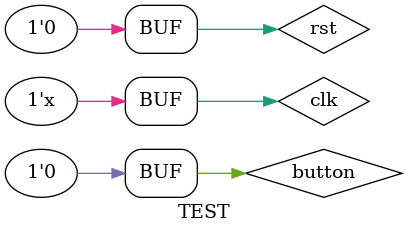
<source format=v>
`timescale 1ns / 1ps
module TEST;

reg clk = 0;
reg rst = 0;
reg button = 0;
wire[6:0] data3;
wire[6:0] data2;
wire[6:0] data1;
wire[3:0] an;
wire dig3;
wire dig2;

always
#1 clk = ~clk;

initial
begin
    clk = 0;
    button = 0;
    #1 rst = 1;
    #1 rst = 0;
    #1 button = 1;
    #1 button = 0;
end

CLOCK clock(clk, rst, button, data3, data2, data1, an, dig3, dig2);

endmodule

</source>
